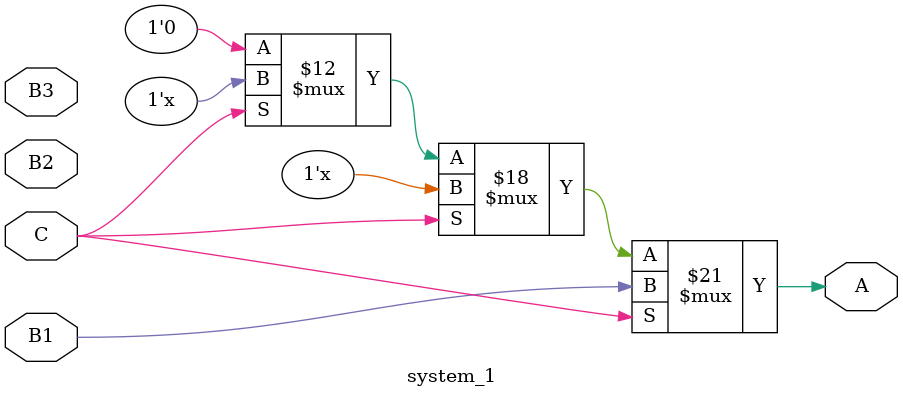
<source format=v>

module system_1(
    output reg A,
    input wire B1, B2, B3, C
);
    always @(B1, B2, B3, C) begin
        if (C == 2'b01)
            A = B1;
      	else if (C == 2'b10)
            A = B2;
      	else if (C == 2'b11)
        	A = B3;
      	else
            A = 0;
    end

endmodule




</source>
